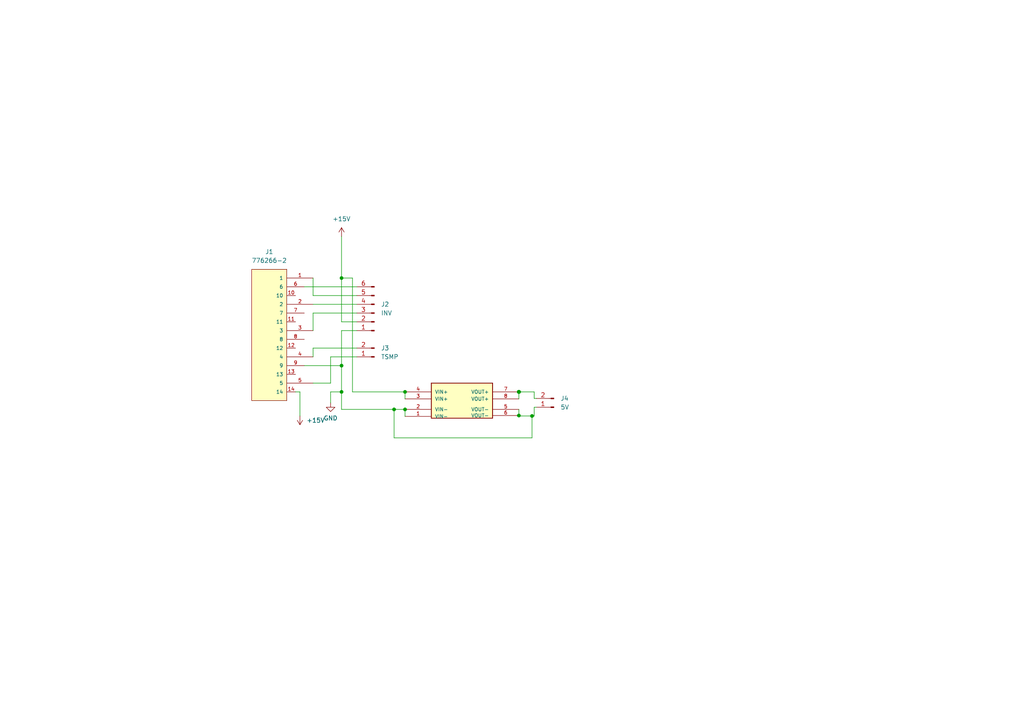
<source format=kicad_sch>
(kicad_sch (version 20211123) (generator eeschema)
  (paper "A4")
  (lib_symbols
    (symbol "776266-2:776266-2" (pin_names (offset 1.016))
      (property "Reference" "J" (at -4.826 19.0754 0))
      (property "Value" "776266-2" (at -5.08 -22.8854 0))
      (symbol "776266-2_0_0"
        (rectangle (start -5.08 -20.32) (end 5.08 17.78) (stroke (width 0.1524)) (fill (type background)))
        (pin passive line (at 12.7 15.24 180) (length 7.62) (name "1") (number "1"))
        (pin passive line (at 7.62 10.16 180) (length 2.54) (name "10") (number "10"))
        (pin passive line (at 7.62 2.54 180) (length 2.54) (name "11") (number "11"))
        (pin passive line (at 7.62 -5.08 180) (length 2.54) (name "12") (number "12"))
        (pin passive line (at 7.62 -12.7 180) (length 2.54) (name "13") (number "13"))
        (pin passive line (at 7.62 -17.78 180) (length 2.54) (name "14") (number "14"))
        (pin passive line (at 12.7 7.62 180) (length 7.62) (name "2") (number "2"))
        (pin passive line (at 12.7 0 180) (length 7.62) (name "3") (number "3"))
        (pin passive line (at 12.7 -7.62 180) (length 7.62) (name "4") (number "4"))
        (pin passive line (at 12.7 -15.24 180) (length 7.62) (name "5") (number "5"))
        (pin passive line (at 10.16 12.7 180) (length 5.08) (name "6") (number "6"))
        (pin passive line (at 10.16 5.08 180) (length 5.08) (name "7") (number "7"))
        (pin passive line (at 10.16 -2.54 180) (length 5.08) (name "8") (number "8"))
        (pin passive line (at 10.16 -10.16 180) (length 5.08) (name "9") (number "9"))
      )
    )
    (symbol "Connector:Conn_01x02_Male" (pin_names (offset 1.016) hide)
      (property "Reference" "J" (at 0 2.54 0))
      (property "Value" "Conn_01x02_Male" (at 0 -5.08 0))
      (symbol "Conn_01x02_Male_1_1"
        (polyline (pts (xy 1.27 -2.54) (xy 0.8636 -2.54)) (stroke (width 0.1524)))
        (polyline (pts (xy 1.27 0) (xy 0.8636 0)) (stroke (width 0.1524)))
        (rectangle (start 0.8636 -2.413) (end 0 -2.667) (stroke (width 0.1524)) (fill (type outline)))
        (rectangle (start 0.8636 0.127) (end 0 -0.127) (stroke (width 0.1524)) (fill (type outline)))
        (pin passive line (at 5.08 0 180) (length 3.81) (name "Pin_1") (number "1"))
        (pin passive line (at 5.08 -2.54 180) (length 3.81) (name "Pin_2") (number "2"))
      )
    )
    (symbol "Connector:Conn_01x06_Male" (pin_names (offset 1.016) hide)
      (property "Reference" "J" (at 0 7.62 0))
      (property "Value" "Conn_01x06_Male" (at 0 -10.16 0))
      (symbol "Conn_01x06_Male_1_1"
        (polyline (pts (xy 1.27 -7.62) (xy 0.8636 -7.62)) (stroke (width 0.1524)))
        (polyline (pts (xy 1.27 -5.08) (xy 0.8636 -5.08)) (stroke (width 0.1524)))
        (polyline (pts (xy 1.27 -2.54) (xy 0.8636 -2.54)) (stroke (width 0.1524)))
        (polyline (pts (xy 1.27 0) (xy 0.8636 0)) (stroke (width 0.1524)))
        (polyline (pts (xy 1.27 2.54) (xy 0.8636 2.54)) (stroke (width 0.1524)))
        (polyline (pts (xy 1.27 5.08) (xy 0.8636 5.08)) (stroke (width 0.1524)))
        (rectangle (start 0.8636 -7.493) (end 0 -7.747) (stroke (width 0.1524)) (fill (type outline)))
        (rectangle (start 0.8636 -4.953) (end 0 -5.207) (stroke (width 0.1524)) (fill (type outline)))
        (rectangle (start 0.8636 -2.413) (end 0 -2.667) (stroke (width 0.1524)) (fill (type outline)))
        (rectangle (start 0.8636 0.127) (end 0 -0.127) (stroke (width 0.1524)) (fill (type outline)))
        (rectangle (start 0.8636 2.667) (end 0 2.413) (stroke (width 0.1524)) (fill (type outline)))
        (rectangle (start 0.8636 5.207) (end 0 4.953) (stroke (width 0.1524)) (fill (type outline)))
        (pin passive line (at 5.08 5.08 180) (length 3.81) (name "Pin_1") (number "1"))
        (pin passive line (at 5.08 2.54 180) (length 3.81) (name "Pin_2") (number "2"))
        (pin passive line (at 5.08 0 180) (length 3.81) (name "Pin_3") (number "3"))
        (pin passive line (at 5.08 -2.54 180) (length 3.81) (name "Pin_4") (number "4"))
        (pin passive line (at 5.08 -5.08 180) (length 3.81) (name "Pin_5") (number "5"))
        (pin passive line (at 5.08 -7.62 180) (length 3.81) (name "Pin_6") (number "6"))
      )
    )
    (symbol "MP1584:MP1584" (pin_names (offset 1.016))
      (symbol "MP1584_0_0"
        (rectangle (start -7.62 -5.08) (end 10.16 5.08) (stroke (width 0.254)) (fill (type background)))
        (pin input line (at -15.24 -4.572 0) (length 7.62) (name "VIN-") (number "1"))
        (pin input line (at -15.24 -2.54 0) (length 7.62) (name "VIN-") (number "2"))
        (pin input line (at -15.24 0.508 0) (length 7.62) (name "VIN+") (number "3"))
        (pin input line (at -15.24 2.54 0) (length 7.62) (name "VIN+") (number "4"))
        (pin output line (at 17.78 -2.54 180) (length 7.62) (name "VOUT-") (number "5"))
        (pin output line (at 17.78 -4.318 180) (length 7.62) (name "VOUT-") (number "6"))
        (pin output line (at 17.78 2.54 180) (length 7.62) (name "VOUT+") (number "7"))
        (pin output line (at 17.78 0.508 180) (length 7.62) (name "VOUT+") (number "8"))
      )
    )
    (symbol "power:+15V" (power) (pin_names (offset 0))
      (property "Value" "+15V" (at 0 3.556 0))
      (symbol "+15V_0_1"
        (polyline (pts (xy -0.762 1.27) (xy 0 2.54)))
        (polyline (pts (xy 0 0) (xy 0 2.54)))
        (polyline (pts (xy 0 2.54) (xy 0.762 1.27)))
      )
      (symbol "+15V_1_1"
        (pin power_in line (at 0 0 90) (length 0) hide (name "+15V") (number "1"))
      )
    )
    (symbol "power:GND" (power) (pin_names (offset 0))
      (property "Value" "GND" (at 0 -3.81 0))
      (symbol "GND_0_1"
        (polyline (pts (xy 0 0) (xy 0 -1.27) (xy 1.27 -1.27) (xy 0 -2.54) (xy -1.27 -1.27) (xy 0 -1.27)))
      )
      (symbol "GND_1_1"
        (pin power_in line (at 0 0 270) (length 0) hide (name "GND") (number "1"))
      )
    )
  )
  (junction (at 150.495 120.523))
  (junction (at 117.475 113.665))
  (junction (at 150.495 113.6904))
  (junction (at 99.06 80.645))
  (junction (at 150.5204 113.665))
  (junction (at 99.06 113.665))
  (junction (at 114.3 118.745))
  (junction (at 99.06 106.045))
  (junction (at 117.475 118.745))
  (junction (at 150.495 113.6142))
  (junction (at 150.495 113.665))
  (junction (at 154.305 120.65))
  (wire (pts (xy 90.805 90.805) (xy 90.805 95.885)))
  (wire (pts (xy 150.495 118.745) (xy 150.495 120.523)))
  (wire (pts (xy 114.3 118.745) (xy 117.475 118.745)))
  (wire (pts (xy 154.94 118.11) (xy 154.94 120.65)))
  (wire (pts (xy 103.505 93.345) (xy 99.06 93.345)))
  (wire (pts (xy 103.505 85.725) (xy 90.805 85.725)))
  (wire (pts (xy 99.06 68.58) (xy 99.06 80.645)))
  (wire (pts (xy 86.995 120.65) (xy 86.995 113.665)))
  (wire (pts (xy 88.265 83.185) (xy 103.505 83.185)))
  (wire (pts (xy 150.495 120.523) (xy 150.495 120.65)))
  (wire (pts (xy 99.06 113.665) (xy 95.885 113.665)))
  (wire (pts (xy 99.06 118.745) (xy 99.06 113.665)))
  (wire (pts (xy 102.235 80.645) (xy 99.06 80.645)))
  (wire (pts (xy 150.495 113.6142) (xy 150.495 113.665)))
  (wire (pts (xy 154.305 120.65) (xy 150.495 120.65)))
  (wire (pts (xy 99.06 106.045) (xy 99.06 113.665)))
  (wire (pts (xy 114.3 127) (xy 114.3 118.745)))
  (wire (pts (xy 103.505 95.885) (xy 99.06 95.885)))
  (wire (pts (xy 150.495 113.6904) (xy 150.495 115.697)))
  (wire (pts (xy 117.475 118.745) (xy 117.475 120.777)))
  (wire (pts (xy 90.805 111.125) (xy 95.885 111.125)))
  (wire (pts (xy 150.495 113.6904) (xy 150.495 113.665)))
  (wire (pts (xy 154.94 115.57) (xy 154.94 113.665)))
  (wire (pts (xy 99.06 93.345) (xy 99.06 80.645)))
  (wire (pts (xy 90.805 85.725) (xy 90.805 80.645)))
  (wire (pts (xy 154.305 127) (xy 114.3 127)))
  (wire (pts (xy 90.805 100.965) (xy 90.805 103.505)))
  (wire (pts (xy 95.885 103.505) (xy 103.505 103.505)))
  (wire (pts (xy 155.575 115.57) (xy 154.94 115.57)))
  (wire (pts (xy 150.495 113.6142) (xy 150.5204 113.665)))
  (wire (pts (xy 117.475 113.665) (xy 117.475 115.697)))
  (wire (pts (xy 154.305 120.65) (xy 154.305 127)))
  (wire (pts (xy 103.505 90.805) (xy 90.805 90.805)))
  (wire (pts (xy 154.94 120.65) (xy 154.305 120.65)))
  (wire (pts (xy 86.995 113.665) (xy 85.725 113.665)))
  (wire (pts (xy 88.265 106.045) (xy 99.06 106.045)))
  (wire (pts (xy 150.5204 113.665) (xy 150.495 113.665)))
  (wire (pts (xy 99.06 118.745) (xy 114.3 118.745)))
  (wire (pts (xy 95.885 113.665) (xy 95.885 116.84)))
  (wire (pts (xy 99.06 95.885) (xy 99.06 106.045)))
  (wire (pts (xy 155.575 118.11) (xy 154.94 118.11)))
  (wire (pts (xy 90.805 100.965) (xy 103.505 100.965)))
  (wire (pts (xy 117.475 113.665) (xy 102.235 113.665)))
  (wire (pts (xy 102.235 113.665) (xy 102.235 80.645)))
  (wire (pts (xy 95.885 103.505) (xy 95.885 111.125)))
  (wire (pts (xy 90.805 88.265) (xy 103.505 88.265)))
  (wire (pts (xy 154.94 113.665) (xy 150.5204 113.665)))
  (symbol (lib_id "power:+15V") (at 99.06 68.58 0) (unit 1)
    (property "Reference" "#PWR0102" (effects hide))
    (property "Value" "+15V" (at 99.06 63.5 0))
  )
  (symbol (lib_id "Connector:Conn_01x02_Male") (at 160.655 118.11 180) (unit 1)
    (property "Reference" "J4" (at 162.56 115.5699 0) (effects (justify right)))
    (property "Value" "5V" (at 162.56 118.1099 0) (effects (justify right)))
    (property "Footprint" "Connector_PinHeader_2.54mm:PinHeader_1x02_P2.54mm_Vertical" (effects hide))
  )
  (symbol (lib_id "power:GND") (at 95.885 116.84 0) (unit 1)
    (property "Reference" "#PWR0101" (effects hide))
    (property "Value" "GND" (at 95.885 121.285 0))
  )
  (symbol (lib_id "MP1584:MP1584") (at 132.715 116.205 0) (unit 1)
    (property "Reference" "U1" (effects hide))
    (property "Value" "MP1584" (effects hide))
    (property "Footprint" "Cheetah:DC-BRICK" (effects hide))
    (property "Reference" "U1" (effects hide))
    (property "Value" "MP1584" (effects hide))
  )
  (symbol (lib_id "776266-2:776266-2") (at 78.105 95.885 0) (unit 1)
    (property "Reference" "J1" (at 78.105 73.025 0))
    (property "Value" "776266-2" (at 78.105 75.565 0))
    (property "Footprint" "776266-2:TE_776266-2" (effects hide))
    (property "EU_RoHS_Compliance" "Compliant" (effects hide))
    (property "Comment" "776266-2" (effects hide))
    (property "Reference" "J1" (effects hide))
    (property "Value" "776266-2" (effects hide))
  )
  (symbol (lib_id "Connector:Conn_01x02_Male") (at 108.585 103.505 180) (unit 1)
    (property "Reference" "J3" (at 110.49 100.9649 0) (effects (justify right)))
    (property "Value" "TSMP" (at 110.49 103.5049 0) (effects (justify right)))
    (property "Footprint" "Connector_PinHeader_2.54mm:PinHeader_1x02_P2.54mm_Vertical" (effects hide))
    (property "Reference" "J3" (effects hide))
    (property "Value" "TSMP" (effects hide))
  )
  (symbol (lib_id "Connector:Conn_01x06_Male") (at 108.585 90.805 180) (unit 1)
    (property "Reference" "J2" (at 110.49 88.2649 0) (effects (justify right)))
    (property "Value" "INV" (at 110.49 90.8049 0) (effects (justify right)))
    (property "Footprint" "Connector_PinHeader_2.54mm:PinHeader_1x06_P2.54mm_Vertical" (effects hide))
    (property "Reference" "J2" (effects hide))
    (property "Value" "INV" (effects hide))
  )
  (symbol (lib_id "power:+15V") (at 86.995 120.65 180) (unit 1)
    (property "Reference" "#PWR0103" (effects hide))
    (property "Value" "+15V" (at 88.9 121.9199 0) (effects (justify right)))
  )
)
</source>
